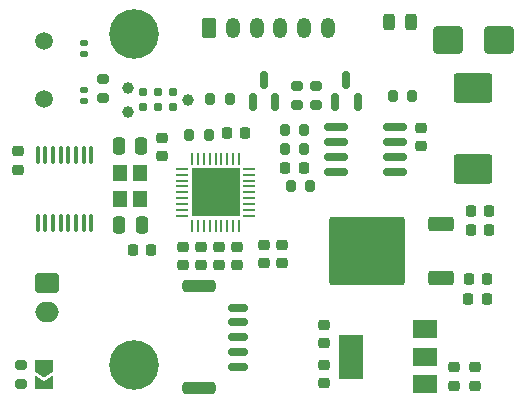
<source format=gbr>
%TF.GenerationSoftware,KiCad,Pcbnew,7.0.9*%
%TF.CreationDate,2023-11-27T14:53:40+10:00*%
%TF.ProjectId,cansult,63616e73-756c-4742-9e6b-696361645f70,rev?*%
%TF.SameCoordinates,Original*%
%TF.FileFunction,Soldermask,Top*%
%TF.FilePolarity,Negative*%
%FSLAX46Y46*%
G04 Gerber Fmt 4.6, Leading zero omitted, Abs format (unit mm)*
G04 Created by KiCad (PCBNEW 7.0.9) date 2023-11-27 14:53:40*
%MOMM*%
%LPD*%
G01*
G04 APERTURE LIST*
G04 Aperture macros list*
%AMRoundRect*
0 Rectangle with rounded corners*
0 $1 Rounding radius*
0 $2 $3 $4 $5 $6 $7 $8 $9 X,Y pos of 4 corners*
0 Add a 4 corners polygon primitive as box body*
4,1,4,$2,$3,$4,$5,$6,$7,$8,$9,$2,$3,0*
0 Add four circle primitives for the rounded corners*
1,1,$1+$1,$2,$3*
1,1,$1+$1,$4,$5*
1,1,$1+$1,$6,$7*
1,1,$1+$1,$8,$9*
0 Add four rect primitives between the rounded corners*
20,1,$1+$1,$2,$3,$4,$5,0*
20,1,$1+$1,$4,$5,$6,$7,0*
20,1,$1+$1,$6,$7,$8,$9,0*
20,1,$1+$1,$8,$9,$2,$3,0*%
%AMFreePoly0*
4,1,6,1.000000,0.000000,0.500000,-0.750000,-0.500000,-0.750000,-0.500000,0.750000,0.500000,0.750000,1.000000,0.000000,1.000000,0.000000,$1*%
%AMFreePoly1*
4,1,6,0.500000,-0.750000,-0.650000,-0.750000,-0.150000,0.000000,-0.650000,0.750000,0.500000,0.750000,0.500000,-0.750000,0.500000,-0.750000,$1*%
G04 Aperture macros list end*
%ADD10RoundRect,0.225000X-0.225000X-0.250000X0.225000X-0.250000X0.225000X0.250000X-0.225000X0.250000X0*%
%ADD11R,2.000000X1.500000*%
%ADD12R,2.000000X3.800000*%
%ADD13RoundRect,0.200000X0.200000X0.275000X-0.200000X0.275000X-0.200000X-0.275000X0.200000X-0.275000X0*%
%ADD14RoundRect,0.150000X0.700000X-0.150000X0.700000X0.150000X-0.700000X0.150000X-0.700000X-0.150000X0*%
%ADD15RoundRect,0.250000X1.150000X-0.250000X1.150000X0.250000X-1.150000X0.250000X-1.150000X-0.250000X0*%
%ADD16RoundRect,0.225000X-0.250000X0.225000X-0.250000X-0.225000X0.250000X-0.225000X0.250000X0.225000X0*%
%ADD17RoundRect,0.150000X0.150000X-0.587500X0.150000X0.587500X-0.150000X0.587500X-0.150000X-0.587500X0*%
%ADD18RoundRect,0.200000X-0.275000X0.200000X-0.275000X-0.200000X0.275000X-0.200000X0.275000X0.200000X0*%
%ADD19RoundRect,0.243750X0.243750X0.456250X-0.243750X0.456250X-0.243750X-0.456250X0.243750X-0.456250X0*%
%ADD20RoundRect,0.140000X0.170000X-0.140000X0.170000X0.140000X-0.170000X0.140000X-0.170000X-0.140000X0*%
%ADD21RoundRect,0.200000X-0.200000X-0.275000X0.200000X-0.275000X0.200000X0.275000X-0.200000X0.275000X0*%
%ADD22RoundRect,0.218750X-0.256250X0.218750X-0.256250X-0.218750X0.256250X-0.218750X0.256250X0.218750X0*%
%ADD23RoundRect,0.225000X0.250000X-0.225000X0.250000X0.225000X-0.250000X0.225000X-0.250000X-0.225000X0*%
%ADD24RoundRect,0.200000X0.275000X-0.200000X0.275000X0.200000X-0.275000X0.200000X-0.275000X-0.200000X0*%
%ADD25RoundRect,0.140000X-0.170000X0.140000X-0.170000X-0.140000X0.170000X-0.140000X0.170000X0.140000X0*%
%ADD26RoundRect,0.250000X-0.250000X-0.475000X0.250000X-0.475000X0.250000X0.475000X-0.250000X0.475000X0*%
%ADD27RoundRect,0.250000X1.400000X1.000000X-1.400000X1.000000X-1.400000X-1.000000X1.400000X-1.000000X0*%
%ADD28RoundRect,0.250000X-1.000000X-0.900000X1.000000X-0.900000X1.000000X0.900000X-1.000000X0.900000X0*%
%ADD29C,4.200000*%
%ADD30RoundRect,0.225000X0.225000X0.250000X-0.225000X0.250000X-0.225000X-0.250000X0.225000X-0.250000X0*%
%ADD31C,0.990600*%
%ADD32C,0.787400*%
%ADD33FreePoly0,270.000000*%
%ADD34FreePoly1,270.000000*%
%ADD35RoundRect,0.062500X-0.475000X-0.062500X0.475000X-0.062500X0.475000X0.062500X-0.475000X0.062500X0*%
%ADD36RoundRect,0.062500X-0.062500X-0.475000X0.062500X-0.475000X0.062500X0.475000X-0.062500X0.475000X0*%
%ADD37R,4.100000X4.100000*%
%ADD38RoundRect,0.150000X-0.825000X-0.150000X0.825000X-0.150000X0.825000X0.150000X-0.825000X0.150000X0*%
%ADD39C,1.500000*%
%ADD40RoundRect,0.250000X0.850000X0.350000X-0.850000X0.350000X-0.850000X-0.350000X0.850000X-0.350000X0*%
%ADD41RoundRect,0.249997X2.950003X2.650003X-2.950003X2.650003X-2.950003X-2.650003X2.950003X-2.650003X0*%
%ADD42R,1.200000X1.400000*%
%ADD43RoundRect,0.250000X-0.750000X0.600000X-0.750000X-0.600000X0.750000X-0.600000X0.750000X0.600000X0*%
%ADD44O,2.000000X1.700000*%
%ADD45RoundRect,0.250000X0.250000X0.475000X-0.250000X0.475000X-0.250000X-0.475000X0.250000X-0.475000X0*%
%ADD46RoundRect,0.250000X-0.350000X-0.625000X0.350000X-0.625000X0.350000X0.625000X-0.350000X0.625000X0*%
%ADD47O,1.200000X1.750000*%
%ADD48RoundRect,0.100000X0.100000X-0.637500X0.100000X0.637500X-0.100000X0.637500X-0.100000X-0.637500X0*%
G04 APERTURE END LIST*
D10*
%TO.C,C25*%
X205325000Y-94400000D03*
X206875000Y-94400000D03*
%TD*%
D11*
%TO.C,U5*%
X201650000Y-101600000D03*
X201650000Y-99300000D03*
D12*
X195350000Y-99300000D03*
D11*
X201650000Y-97000000D03*
%TD*%
D13*
%TO.C,R2*%
X191425000Y-80100000D03*
X189775000Y-80100000D03*
%TD*%
D14*
%TO.C,J4*%
X185850000Y-100150000D03*
X185850000Y-98900000D03*
X185850000Y-97650000D03*
X185850000Y-96400000D03*
X185850000Y-95150000D03*
D15*
X182500000Y-102000000D03*
X182500000Y-93300000D03*
%TD*%
D16*
%TO.C,C15*%
X181200000Y-90000000D03*
X181200000Y-91550000D03*
%TD*%
D17*
%TO.C,Q2*%
X187050000Y-77737500D03*
X188950000Y-77737500D03*
X188000000Y-75862500D03*
%TD*%
D10*
%TO.C,C23*%
X205350000Y-92700000D03*
X206900000Y-92700000D03*
%TD*%
D18*
%TO.C,R5*%
X192400000Y-76375000D03*
X192400000Y-78025000D03*
%TD*%
D19*
%TO.C,F1*%
X200437500Y-71000000D03*
X198562500Y-71000000D03*
%TD*%
D10*
%TO.C,C27*%
X205525000Y-88600000D03*
X207075000Y-88600000D03*
%TD*%
D20*
%TO.C,C4*%
X172800000Y-73680000D03*
X172800000Y-72720000D03*
%TD*%
D16*
%TO.C,C13*%
X188000000Y-89850000D03*
X188000000Y-91400000D03*
%TD*%
D21*
%TO.C,R9*%
X181675000Y-80562500D03*
X183325000Y-80562500D03*
%TD*%
D22*
%TO.C,FB1*%
X184200000Y-89987500D03*
X184200000Y-91562500D03*
%TD*%
D23*
%TO.C,C5*%
X167200000Y-83475000D03*
X167200000Y-81925000D03*
%TD*%
D13*
%TO.C,R1*%
X191925000Y-84900000D03*
X190275000Y-84900000D03*
%TD*%
D24*
%TO.C,R8*%
X174400000Y-77425000D03*
X174400000Y-75775000D03*
%TD*%
D13*
%TO.C,R7*%
X185125000Y-77500000D03*
X183475000Y-77500000D03*
%TD*%
D16*
%TO.C,C9*%
X189500000Y-89850000D03*
X189500000Y-91400000D03*
%TD*%
%TO.C,C2*%
X201275000Y-79930000D03*
X201275000Y-81480000D03*
%TD*%
D25*
%TO.C,C3*%
X172800000Y-76720000D03*
X172800000Y-77680000D03*
%TD*%
D26*
%TO.C,C12*%
X175750000Y-88162500D03*
X177650000Y-88162500D03*
%TD*%
D27*
%TO.C,D3*%
X205750000Y-83400000D03*
X205750000Y-76600000D03*
%TD*%
D16*
%TO.C,C21*%
X205850000Y-100225000D03*
X205850000Y-101775000D03*
%TD*%
D21*
%TO.C,R6*%
X198925000Y-77250000D03*
X200575000Y-77250000D03*
%TD*%
D28*
%TO.C,D2*%
X203600000Y-72500000D03*
X207900000Y-72500000D03*
%TD*%
D29*
%TO.C,H1*%
X177000000Y-100000000D03*
%TD*%
D23*
%TO.C,C11*%
X179412500Y-82337500D03*
X179412500Y-80787500D03*
%TD*%
D30*
%TO.C,C14*%
X186437500Y-80400000D03*
X184887500Y-80400000D03*
%TD*%
D29*
%TO.C,H2*%
X177000000Y-72000000D03*
%TD*%
D31*
%TO.C,J2*%
X181540000Y-77535000D03*
X176460000Y-78551000D03*
X176460000Y-76519000D03*
D32*
X180270000Y-76900000D03*
X180270000Y-78170000D03*
X179000000Y-76900000D03*
X179000000Y-78170000D03*
X177730000Y-76900000D03*
X177730000Y-78170000D03*
%TD*%
D33*
%TO.C,JP4*%
X169400000Y-100075000D03*
D34*
X169400000Y-101525000D03*
%TD*%
D35*
%TO.C,U4*%
X181075000Y-83400000D03*
X181075000Y-83900000D03*
X181075000Y-84400000D03*
X181075000Y-84900000D03*
X181075000Y-85400000D03*
X181075000Y-85900000D03*
X181075000Y-86400000D03*
X181075000Y-86900000D03*
X181075000Y-87400000D03*
D36*
X181912500Y-88237500D03*
X182412500Y-88237500D03*
X182912500Y-88237500D03*
X183412500Y-88237500D03*
X183912500Y-88237500D03*
X184412500Y-88237500D03*
X184912500Y-88237500D03*
X185412500Y-88237500D03*
X185912500Y-88237500D03*
D35*
X186750000Y-87400000D03*
X186750000Y-86900000D03*
X186750000Y-86400000D03*
X186750000Y-85900000D03*
X186750000Y-85400000D03*
X186750000Y-84900000D03*
X186750000Y-84400000D03*
X186750000Y-83900000D03*
X186750000Y-83400000D03*
D36*
X185912500Y-82562500D03*
X185412500Y-82562500D03*
X184912500Y-82562500D03*
X184412500Y-82562500D03*
X183912500Y-82562500D03*
X183412500Y-82562500D03*
X182912500Y-82562500D03*
X182412500Y-82562500D03*
X181912500Y-82562500D03*
D37*
X183912500Y-85400000D03*
%TD*%
D16*
%TO.C,C24*%
X193100000Y-99975000D03*
X193100000Y-101525000D03*
%TD*%
D38*
%TO.C,U1*%
X194125000Y-79845000D03*
X194125000Y-81115000D03*
X194125000Y-82385000D03*
X194125000Y-83655000D03*
X199075000Y-83655000D03*
X199075000Y-82385000D03*
X199075000Y-81115000D03*
X199075000Y-79845000D03*
%TD*%
D23*
%TO.C,C26*%
X193100000Y-98150000D03*
X193100000Y-96600000D03*
%TD*%
D39*
%TO.C,Y1*%
X169400000Y-77450000D03*
X169400000Y-72570000D03*
%TD*%
D40*
%TO.C,U6*%
X203000000Y-92660000D03*
D41*
X196700000Y-90380000D03*
D40*
X203000000Y-88100000D03*
%TD*%
D21*
%TO.C,R3*%
X189775000Y-81700000D03*
X191425000Y-81700000D03*
%TD*%
D42*
%TO.C,Y2*%
X175800000Y-83750000D03*
X175800000Y-85950000D03*
X177500000Y-85950000D03*
X177500000Y-83750000D03*
%TD*%
D43*
%TO.C,J3*%
X169650000Y-93050000D03*
D44*
X169650000Y-95550000D03*
%TD*%
D16*
%TO.C,C20*%
X204100000Y-100225000D03*
X204100000Y-101775000D03*
%TD*%
D18*
%TO.C,R10*%
X167400000Y-99975000D03*
X167400000Y-101625000D03*
%TD*%
D10*
%TO.C,C10*%
X176925000Y-90312500D03*
X178475000Y-90312500D03*
%TD*%
D45*
%TO.C,C7*%
X177600000Y-81500000D03*
X175700000Y-81500000D03*
%TD*%
D30*
%TO.C,C1*%
X191375000Y-83300000D03*
X189825000Y-83300000D03*
%TD*%
D10*
%TO.C,C28*%
X205525000Y-87000000D03*
X207075000Y-87000000D03*
%TD*%
D46*
%TO.C,J1*%
X183400000Y-71450000D03*
D47*
X185400000Y-71450000D03*
X187400000Y-71450000D03*
X189400000Y-71450000D03*
X191400000Y-71450000D03*
X193400000Y-71450000D03*
%TD*%
D24*
%TO.C,R4*%
X190800000Y-78025000D03*
X190800000Y-76375000D03*
%TD*%
D16*
%TO.C,C17*%
X182700000Y-90000000D03*
X182700000Y-91550000D03*
%TD*%
D17*
%TO.C,Q1*%
X194050000Y-77737500D03*
X195950000Y-77737500D03*
X195000000Y-75862500D03*
%TD*%
D48*
%TO.C,U2*%
X168850000Y-88000000D03*
X169500000Y-88000000D03*
X170150000Y-88000000D03*
X170800000Y-88000000D03*
X171450000Y-88000000D03*
X172100000Y-88000000D03*
X172750000Y-88000000D03*
X173400000Y-88000000D03*
X173400000Y-82275000D03*
X172750000Y-82275000D03*
X172100000Y-82275000D03*
X171450000Y-82275000D03*
X170800000Y-82275000D03*
X170150000Y-82275000D03*
X169500000Y-82275000D03*
X168850000Y-82275000D03*
%TD*%
D23*
%TO.C,C19*%
X185700000Y-91550000D03*
X185700000Y-90000000D03*
%TD*%
M02*

</source>
